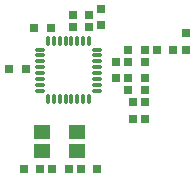
<source format=gtp>
%FSLAX24Y24*%
%MOIN*%
G70*
G01*
G75*
G04 Layer_Color=8421504*
G04 Layer_Color=8421504*
%ADD10R,0.0300X0.0300*%
%ADD11O,0.0118X0.0354*%
%ADD12O,0.0354X0.0118*%
%ADD13R,0.0551X0.0453*%
%ADD14C,0.0300*%
%ADD15C,0.0080*%
%ADD16C,0.0060*%
%ADD17C,0.0070*%
%ADD18C,0.0100*%
%ADD19C,0.0110*%
%ADD20C,0.0200*%
%ADD21C,0.0360*%
%ADD22C,0.0050*%
%ADD23C,0.0043*%
D10*
X6650Y4720D02*
D03*
X4720D02*
D03*
X5670D02*
D03*
X4870Y2970D02*
D03*
X6650Y5270D02*
D03*
X751Y4068D02*
D03*
X1301D02*
D03*
X2869Y5867D02*
D03*
X3419D02*
D03*
X2869Y5467D02*
D03*
X3419D02*
D03*
X1230Y740D02*
D03*
X1780D02*
D03*
X5270Y4720D02*
D03*
X1588Y5448D02*
D03*
X2138D02*
D03*
X4870Y2420D02*
D03*
X5270Y3770D02*
D03*
X4720Y3770D02*
D03*
X5270Y2420D02*
D03*
Y2970D02*
D03*
X5270Y3370D02*
D03*
X4720Y3370D02*
D03*
X6220Y4720D02*
D03*
X4320Y4320D02*
D03*
Y3770D02*
D03*
X3820Y6090D02*
D03*
X3680Y740D02*
D03*
X3820Y5540D02*
D03*
X2730Y740D02*
D03*
X3130D02*
D03*
X2180D02*
D03*
X4720Y4320D02*
D03*
X5270Y4320D02*
D03*
D11*
X2238Y5001D02*
D03*
X2041D02*
D03*
X2828D02*
D03*
X3025D02*
D03*
X2435D02*
D03*
X2632D02*
D03*
X3222D02*
D03*
X3419D02*
D03*
Y3079D02*
D03*
X2632D02*
D03*
X2435D02*
D03*
X3222D02*
D03*
X3025D02*
D03*
X2828D02*
D03*
X2238D02*
D03*
X2041D02*
D03*
D12*
X3691Y3745D02*
D03*
X1769Y3351D02*
D03*
Y4138D02*
D03*
Y4335D02*
D03*
Y3548D02*
D03*
Y3745D02*
D03*
Y3942D02*
D03*
Y4532D02*
D03*
Y4729D02*
D03*
X3691D02*
D03*
Y3942D02*
D03*
Y4532D02*
D03*
Y4335D02*
D03*
Y4138D02*
D03*
Y3548D02*
D03*
Y3351D02*
D03*
D13*
X1830Y1971D02*
D03*
X3010Y1340D02*
D03*
Y1971D02*
D03*
X1830Y1340D02*
D03*
M02*

</source>
